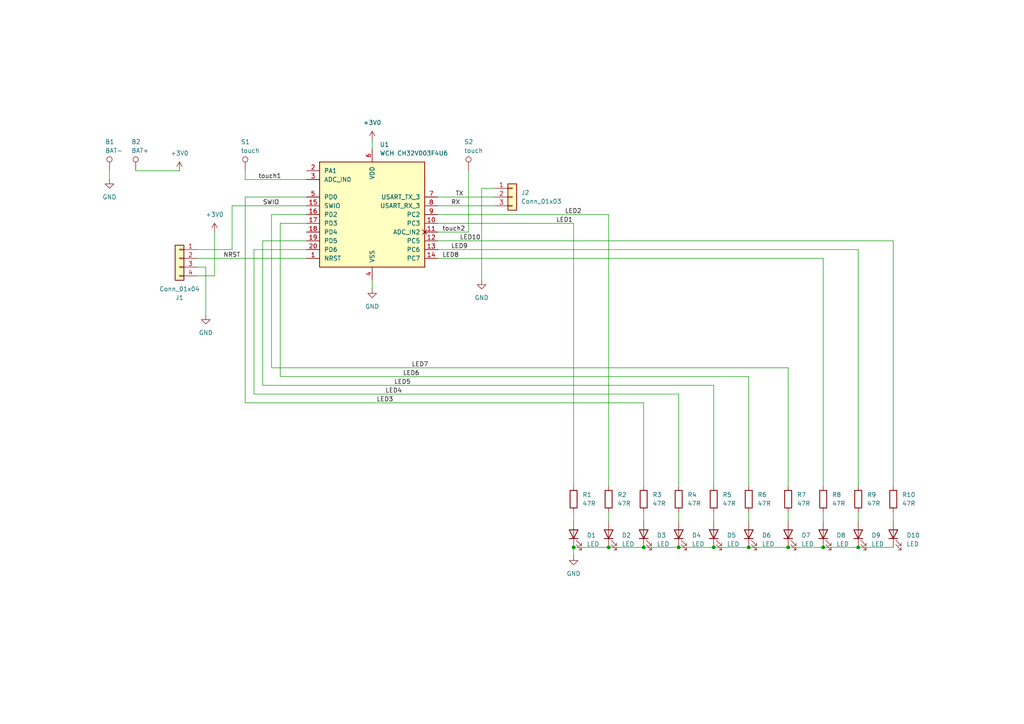
<source format=kicad_sch>
(kicad_sch (version 20231120) (generator "eeschema") (generator_version "8.0")
  (paper "A4")
  (lib_symbols
    (symbol "Connector:TestPoint" (pin_numbers hide) (pin_names (offset 0.762) hide)
      (property "Reference" "TP" (at 0 6.858 0))
      (property "Value" "TestPoint" (at 0 5.08 0))
      (symbol "TestPoint_0_1"
        (circle (center 0 3.302) (radius 0.762))
      )
      (symbol "TestPoint_1_1"
        (pin passive line (at 0 0 90) (length 2.54) (name "1") (number "1"))
      )
    )
    (symbol "Connector_Generic:Conn_01x03" (pin_names (offset 1.016) hide)
      (property "Reference" "J" (at 0 5.08 0))
      (property "Value" "Conn_01x03" (at 0 -5.08 0))
      (symbol "Conn_01x03_1_1"
        (rectangle (start -1.27 -2.413) (end 0 -2.667) (stroke (width 0.1524)))
        (rectangle (start -1.27 0.127) (end 0 -0.127) (stroke (width 0.1524)))
        (rectangle (start -1.27 2.667) (end 0 2.413) (stroke (width 0.1524)))
        (rectangle (start -1.27 3.81) (end 1.27 -3.81) (stroke (width 0.254)) (fill (type background)))
        (pin passive line (at -5.08 2.54 0) (length 3.81) (name "Pin_1") (number "1"))
        (pin passive line (at -5.08 0 0) (length 3.81) (name "Pin_2") (number "2"))
        (pin passive line (at -5.08 -2.54 0) (length 3.81) (name "Pin_3") (number "3"))
      )
    )
    (symbol "Connector_Generic:Conn_01x04" (pin_names (offset 1.016) hide)
      (property "Reference" "J" (at 0 5.08 0))
      (property "Value" "Conn_01x04" (at 0 -7.62 0))
      (symbol "Conn_01x04_1_1"
        (rectangle (start -1.27 -4.953) (end 0 -5.207) (stroke (width 0.1524)))
        (rectangle (start -1.27 -2.413) (end 0 -2.667) (stroke (width 0.1524)))
        (rectangle (start -1.27 0.127) (end 0 -0.127) (stroke (width 0.1524)))
        (rectangle (start -1.27 2.667) (end 0 2.413) (stroke (width 0.1524)))
        (rectangle (start -1.27 3.81) (end 1.27 -6.35) (stroke (width 0.254)) (fill (type background)))
        (pin passive line (at -5.08 2.54 0) (length 3.81) (name "Pin_1") (number "1"))
        (pin passive line (at -5.08 0 0) (length 3.81) (name "Pin_2") (number "2"))
        (pin passive line (at -5.08 -2.54 0) (length 3.81) (name "Pin_3") (number "3"))
        (pin passive line (at -5.08 -5.08 0) (length 3.81) (name "Pin_4") (number "4"))
      )
    )
    (symbol "Device:LED" (pin_numbers hide) (pin_names (offset 1.016) hide)
      (property "Reference" "D" (at 0 2.54 0))
      (property "Value" "LED" (at 0 -2.54 0))
      (symbol "LED_0_1"
        (polyline (pts (xy -1.27 -1.27) (xy -1.27 1.27)) (stroke (width 0.254)))
        (polyline (pts (xy -1.27 0) (xy 1.27 0)))
        (polyline (pts (xy 1.27 -1.27) (xy 1.27 1.27) (xy -1.27 0) (xy 1.27 -1.27)) (stroke (width 0.254)))
        (polyline (pts (xy -3.048 -0.762) (xy -4.572 -2.286) (xy -3.81 -2.286) (xy -4.572 -2.286) (xy -4.572 -1.524)))
        (polyline (pts (xy -1.778 -0.762) (xy -3.302 -2.286) (xy -2.54 -2.286) (xy -3.302 -2.286) (xy -3.302 -1.524)))
      )
      (symbol "LED_1_1"
        (pin passive line (at -3.81 0 0) (length 2.54) (name "K") (number "1"))
        (pin passive line (at 3.81 0 180) (length 2.54) (name "A") (number "2"))
      )
    )
    (symbol "Device:R" (pin_numbers hide) (pin_names (offset 0))
      (property "Reference" "R" (at 2.032 0 90))
      (property "Value" "R" (at 0 0 90))
      (symbol "R_0_1"
        (rectangle (start -1.016 -2.54) (end 1.016 2.54) (stroke (width 0.254)))
      )
      (symbol "R_1_1"
        (pin passive line (at 0 3.81 270) (length 1.27) (name "~") (number "1"))
        (pin passive line (at 0 -3.81 90) (length 1.27) (name "~") (number "2"))
      )
    )
    (symbol "extra:WCH CH32V003F4U6" (pin_names (offset 1.27))
      (property "Reference" "U" (at -13.97 16.51 0))
      (property "Value" "WCH CH32V003F4U6" (at 5.08 -16.51 0))
      (symbol "WCH CH32V003F4U6_0_1"
        (rectangle (start -15.24 15.24) (end 15.24 -15.24) (stroke (width 0.254)) (fill (type background)))
      )
      (symbol "WCH CH32V003F4U6_1_1"
        (pin bidirectional line (at -19.05 -12.7 0) (length 3.81) (name "PD7") (number "1") (alternate "NRST" input line))
        (pin bidirectional line (at 19.05 -2.54 180) (length 3.81) (name "PC3") (number "10"))
        (pin bidirectional line (at 19.05 -5.08 180) (length 3.81) (name "PC4") (number "11") (alternate "ADC_IN2" input non_logic))
        (pin bidirectional line (at 19.05 -7.62 180) (length 3.81) (name "PC5") (number "12"))
        (pin bidirectional line (at 19.05 -10.16 180) (length 3.81) (name "PC6") (number "13"))
        (pin bidirectional line (at 19.05 -12.7 180) (length 3.81) (name "PC7") (number "14"))
        (pin bidirectional line (at -19.05 2.54 0) (length 3.81) (name "PD1") (number "15") (alternate "SWIO" bidirectional line))
        (pin bidirectional line (at -19.05 0 0) (length 3.81) (name "PD2") (number "16"))
        (pin bidirectional line (at -19.05 -2.54 0) (length 3.81) (name "PD3") (number "17"))
        (pin bidirectional line (at -19.05 -5.08 0) (length 3.81) (name "PD4") (number "18"))
        (pin bidirectional line (at -19.05 -7.62 0) (length 3.81) (name "PD5") (number "19"))
        (pin bidirectional line (at -19.05 12.7 0) (length 3.81) (name "PA1") (number "2"))
        (pin bidirectional line (at -19.05 -10.16 0) (length 3.81) (name "PD6") (number "20"))
        (pin power_in line (at 0 0 90) (length 3.81) hide (name "VSS") (number "21"))
        (pin bidirectional line (at -19.05 10.16 0) (length 3.81) (name "PA2") (number "3") (alternate "ADC_IN0" input line))
        (pin power_in line (at 0 -19.05 90) (length 3.81) (name "VSS") (number "4"))
        (pin bidirectional line (at -19.05 5.08 0) (length 3.81) (name "PD0") (number "5"))
        (pin power_in line (at 0 19.05 270) (length 3.81) (name "VDD") (number "6"))
        (pin bidirectional line (at 19.05 5.08 180) (length 3.81) (name "PC0") (number "7") (alternate "USART_TX_3" output line))
        (pin bidirectional line (at 19.05 2.54 180) (length 3.81) (name "PC1") (number "8") (alternate "USART_RX_3" input line))
        (pin bidirectional line (at 19.05 0 180) (length 3.81) (name "PC2") (number "9"))
      )
    )
    (symbol "power:+3V0" (power) (pin_numbers hide) (pin_names (offset 0) hide)
      (property "Value" "+3V0" (at 0 3.556 0))
      (symbol "+3V0_0_1"
        (polyline (pts (xy -0.762 1.27) (xy 0 2.54)))
        (polyline (pts (xy 0 0) (xy 0 2.54)))
        (polyline (pts (xy 0 2.54) (xy 0.762 1.27)))
      )
      (symbol "+3V0_1_1"
        (pin power_in line (at 0 0 90) (length 0) (name "~") (number "1"))
      )
    )
    (symbol "power:GND" (power) (pin_numbers hide) (pin_names (offset 0) hide)
      (property "Value" "GND" (at 0 -3.81 0))
      (symbol "GND_0_1"
        (polyline (pts (xy 0 0) (xy 0 -1.27) (xy 1.27 -1.27) (xy 0 -2.54) (xy -1.27 -1.27) (xy 0 -1.27)))
      )
      (symbol "GND_1_1"
        (pin power_in line (at 0 0 270) (length 0) (name "~") (number "1"))
      )
    )
  )
  (junction (at 217.17 158.75))
  (junction (at 228.6 158.75))
  (junction (at 238.76 158.75))
  (junction (at 196.85 158.75))
  (junction (at 207.01 158.75))
  (junction (at 186.69 158.75))
  (junction (at 176.53 158.75))
  (junction (at 166.37 158.75))
  (junction (at 248.92 158.75))
  (wire (pts (xy 59.69 77.47) (xy 59.69 91.44)))
  (wire (pts (xy 207.01 140.97) (xy 207.01 111.76)))
  (wire (pts (xy 176.53 62.23) (xy 127 62.23)))
  (wire (pts (xy 186.69 116.84) (xy 186.69 140.97)))
  (wire (pts (xy 186.69 148.59) (xy 186.69 151.13)))
  (wire (pts (xy 238.76 158.75) (xy 248.92 158.75)))
  (wire (pts (xy 67.31 59.69) (xy 88.9 59.69)))
  (wire (pts (xy 57.15 77.47) (xy 59.69 77.47)))
  (wire (pts (xy 176.53 158.75) (xy 186.69 158.75)))
  (wire (pts (xy 238.76 140.97) (xy 238.76 74.93)))
  (wire (pts (xy 217.17 140.97) (xy 217.17 109.22)))
  (wire (pts (xy 76.2 111.76) (xy 207.01 111.76)))
  (wire (pts (xy 196.85 158.75) (xy 207.01 158.75)))
  (wire (pts (xy 62.23 80.01) (xy 57.15 80.01)))
  (wire (pts (xy 73.66 72.39) (xy 73.66 114.3)))
  (wire (pts (xy 78.74 106.68) (xy 228.6 106.68)))
  (wire (pts (xy 39.37 49.53) (xy 52.07 49.53)))
  (wire (pts (xy 238.76 74.93) (xy 127 74.93)))
  (wire (pts (xy 228.6 158.75) (xy 238.76 158.75)))
  (wire (pts (xy 196.85 148.59) (xy 196.85 151.13)))
  (wire (pts (xy 186.69 158.75) (xy 196.85 158.75)))
  (wire (pts (xy 71.12 116.84) (xy 186.69 116.84)))
  (wire (pts (xy 217.17 158.75) (xy 228.6 158.75)))
  (wire (pts (xy 57.15 74.93) (xy 88.9 74.93)))
  (wire (pts (xy 71.12 57.15) (xy 71.12 116.84)))
  (wire (pts (xy 127 59.69) (xy 143.51 59.69)))
  (wire (pts (xy 248.92 148.59) (xy 248.92 151.13)))
  (wire (pts (xy 139.7 54.61) (xy 143.51 54.61)))
  (wire (pts (xy 76.2 69.85) (xy 76.2 111.76)))
  (wire (pts (xy 107.95 40.64) (xy 107.95 43.18)))
  (wire (pts (xy 166.37 148.59) (xy 166.37 151.13)))
  (wire (pts (xy 248.92 72.39) (xy 127 72.39)))
  (wire (pts (xy 166.37 64.77) (xy 127 64.77)))
  (wire (pts (xy 139.7 81.28) (xy 139.7 54.61)))
  (wire (pts (xy 62.23 67.31) (xy 62.23 80.01)))
  (wire (pts (xy 71.12 52.07) (xy 71.12 49.53)))
  (wire (pts (xy 166.37 158.75) (xy 166.37 161.29)))
  (wire (pts (xy 78.74 62.23) (xy 88.9 62.23)))
  (wire (pts (xy 135.89 67.31) (xy 127 67.31)))
  (wire (pts (xy 207.01 158.75) (xy 217.17 158.75)))
  (wire (pts (xy 217.17 148.59) (xy 217.17 151.13)))
  (wire (pts (xy 259.08 140.97) (xy 259.08 69.85)))
  (wire (pts (xy 71.12 57.15) (xy 88.9 57.15)))
  (wire (pts (xy 31.75 49.53) (xy 31.75 52.07)))
  (wire (pts (xy 88.9 52.07) (xy 71.12 52.07)))
  (wire (pts (xy 166.37 140.97) (xy 166.37 64.77)))
  (wire (pts (xy 228.6 148.59) (xy 228.6 151.13)))
  (wire (pts (xy 259.08 69.85) (xy 127 69.85)))
  (wire (pts (xy 67.31 72.39) (xy 57.15 72.39)))
  (wire (pts (xy 107.95 81.28) (xy 107.95 83.82)))
  (wire (pts (xy 196.85 140.97) (xy 196.85 114.3)))
  (wire (pts (xy 76.2 69.85) (xy 88.9 69.85)))
  (wire (pts (xy 207.01 148.59) (xy 207.01 151.13)))
  (wire (pts (xy 81.28 109.22) (xy 217.17 109.22)))
  (wire (pts (xy 176.53 148.59) (xy 176.53 151.13)))
  (wire (pts (xy 73.66 114.3) (xy 196.85 114.3)))
  (wire (pts (xy 248.92 140.97) (xy 248.92 72.39)))
  (wire (pts (xy 259.08 148.59) (xy 259.08 151.13)))
  (wire (pts (xy 135.89 49.53) (xy 135.89 67.31)))
  (wire (pts (xy 238.76 148.59) (xy 238.76 151.13)))
  (wire (pts (xy 248.92 158.75) (xy 259.08 158.75)))
  (wire (pts (xy 166.37 158.75) (xy 176.53 158.75)))
  (wire (pts (xy 176.53 140.97) (xy 176.53 62.23)))
  (wire (pts (xy 127 57.15) (xy 143.51 57.15)))
  (wire (pts (xy 73.66 72.39) (xy 88.9 72.39)))
  (wire (pts (xy 78.74 62.23) (xy 78.74 106.68)))
  (wire (pts (xy 81.28 64.77) (xy 88.9 64.77)))
  (wire (pts (xy 67.31 59.69) (xy 67.31 72.39)))
  (wire (pts (xy 228.6 140.97) (xy 228.6 106.68)))
  (wire (pts (xy 81.28 64.77) (xy 81.28 109.22)))
  (label "LED10" (at 133.35 69.85 0))
  (label "LED4" (at 111.76 114.3 0))
  (label "TX" (at 132.08 57.15 0))
  (label "LED8" (at 128.27 74.93 0))
  (label "LED9" (at 130.81 72.39 0))
  (label "LED2" (at 163.83 62.23 0))
  (label "LED7" (at 119.38 106.68 0))
  (label "NRST" (at 64.77 74.93 0))
  (label "touch1" (at 74.93 52.07 0))
  (label "touch2" (at 128.27 67.31 0))
  (label "LED1" (at 161.29 64.77 0))
  (label "LED5" (at 114.3 111.76 0))
  (label "SWIO" (at 76.2 59.69 0))
  (label "RX" (at 130.81 59.69 0))
  (label "LED3" (at 109.22 116.84 0))
  (label "LED6" (at 116.84 109.22 0))
  (symbol (lib_id "power:GND") (at 31.75 52.07 0) (unit 1)
    (property "Reference" "#PWR03" (effects (hide yes)))
    (property "Value" "GND" (at 31.75 57.15 0))
    (property "Description" "Power symbol creates a global label with name \"GND\" , ground" (effects (hide yes)))
  )
  (symbol (lib_id "Device:R") (at 217.17 144.78 0) (unit 1)
    (property "Reference" "R6" (at 219.71 143.5099 0) (effects (justify left)))
    (property "Value" "47R" (at 219.71 146.0499 0) (effects (justify left)))
    (property "Footprint" "Resistor_SMD:R_0201_0603Metric" (effects (hide yes)))
    (property "Datasheet" "https://www.lcsc.com/datasheet/lcsc_datasheet_2411221126_UNI-ROYAL-Uniroyal-Elec-0201WMF470JTEE_C620443.pdf" (effects (hide yes)))
    (property "Description" "Resistor" (effects (hide yes)))
    (property "LCSC" "C620443" (effects (hide yes)))
  )
  (symbol (lib_id "power:+3V0") (at 107.95 40.64 0) (unit 1)
    (property "Reference" "#PWR01" (effects (hide yes)))
    (property "Value" "+3V0" (at 107.95 35.56 0))
    (property "Description" "Power symbol creates a global label with name \"+3V0\"" (effects (hide yes)))
  )
  (symbol (lib_id "Device:LED") (at 207.01 154.94 90) (unit 1)
    (property "Reference" "D5" (at 210.82 155.2574 90) (effects (justify right)))
    (property "Value" "LED" (at 210.82 157.7974 90) (effects (justify right)))
    (property "Footprint" "LED_SMD:LED_0201_0603Metric" (effects (hide yes)))
    (property "Datasheet" "https://www.lcsc.com/datasheet/lcsc_datasheet_2402181504_XINGLIGHT-XL-0201SURC_C3646923.pdf" (effects (hide yes)))
    (property "Description" "Light emitting diode" (effects (hide yes)))
    (property "LCSC" "C3646923" (effects (hide yes)))
  )
  (symbol (lib_id "power:GND") (at 166.37 161.29 0) (unit 1)
    (property "Reference" "#PWR05" (effects (hide yes)))
    (property "Value" "GND" (at 166.37 166.37 0))
    (property "Description" "Power symbol creates a global label with name \"GND\" , ground" (effects (hide yes)))
  )
  (symbol (lib_id "Connector_Generic:Conn_01x04") (at 52.07 74.93 0) (mirror y) (unit 1)
    (property "Reference" "J1" (at 52.07 86.36 0))
    (property "Value" "Conn_01x04" (at 52.07 83.82 0))
    (property "Footprint" "Connector_PinHeader_2.54mm:PinHeader_1x04_P2.54mm_Vertical" (effects (hide yes)))
    (property "Description" "Generic connector, single row, 01x04, script generated (kicad-library-utils/schlib/autogen/connector/)" (effects (hide yes)))
  )
  (symbol (lib_id "Device:R") (at 207.01 144.78 0) (unit 1)
    (property "Reference" "R5" (at 209.55 143.5099 0) (effects (justify left)))
    (property "Value" "47R" (at 209.55 146.0499 0) (effects (justify left)))
    (property "Footprint" "Resistor_SMD:R_0201_0603Metric" (effects (hide yes)))
    (property "Datasheet" "https://www.lcsc.com/datasheet/lcsc_datasheet_2411221126_UNI-ROYAL-Uniroyal-Elec-0201WMF470JTEE_C620443.pdf" (effects (hide yes)))
    (property "Description" "Resistor" (effects (hide yes)))
    (property "LCSC" "C620443" (effects (hide yes)))
  )
  (symbol (lib_id "power:GND") (at 107.95 83.82 0) (unit 1)
    (property "Reference" "#PWR02" (effects (hide yes)))
    (property "Value" "GND" (at 107.95 88.9 0))
    (property "Description" "Power symbol creates a global label with name \"GND\" , ground" (effects (hide yes)))
  )
  (symbol (lib_id "Device:R") (at 186.69 144.78 0) (unit 1)
    (property "Reference" "R3" (at 189.23 143.5099 0) (effects (justify left)))
    (property "Value" "47R" (at 189.23 146.0499 0) (effects (justify left)))
    (property "Footprint" "Resistor_SMD:R_0201_0603Metric" (effects (hide yes)))
    (property "Datasheet" "https://www.lcsc.com/datasheet/lcsc_datasheet_2411221126_UNI-ROYAL-Uniroyal-Elec-0201WMF470JTEE_C620443.pdf" (effects (hide yes)))
    (property "Description" "Resistor" (effects (hide yes)))
    (property "LCSC" "C620443" (effects (hide yes)))
  )
  (symbol (lib_id "Device:LED") (at 259.08 154.94 90) (unit 1)
    (property "Reference" "D10" (at 262.89 155.2574 90) (effects (justify right)))
    (property "Value" "LED" (at 262.89 157.7974 90) (effects (justify right)))
    (property "Footprint" "LED_SMD:LED_0201_0603Metric" (effects (hide yes)))
    (property "Datasheet" "https://www.lcsc.com/datasheet/lcsc_datasheet_2402181504_XINGLIGHT-XL-0201SURC_C3646923.pdf" (effects (hide yes)))
    (property "Description" "Light emitting diode" (effects (hide yes)))
    (property "LCSC" "C3646923" (effects (hide yes)))
  )
  (symbol (lib_id "Device:LED") (at 186.69 154.94 90) (unit 1)
    (property "Reference" "D3" (at 190.5 155.2574 90) (effects (justify right)))
    (property "Value" "LED" (at 190.5 157.7974 90) (effects (justify right)))
    (property "Footprint" "LED_SMD:LED_0201_0603Metric" (effects (hide yes)))
    (property "Datasheet" "https://www.lcsc.com/datasheet/lcsc_datasheet_2402181504_XINGLIGHT-XL-0201SURC_C3646923.pdf" (effects (hide yes)))
    (property "Description" "Light emitting diode" (effects (hide yes)))
    (property "LCSC" "C3646923" (effects (hide yes)))
  )
  (symbol (lib_id "Device:LED") (at 248.92 154.94 90) (unit 1)
    (property "Reference" "D9" (at 252.73 155.2574 90) (effects (justify right)))
    (property "Value" "LED" (at 252.73 157.7974 90) (effects (justify right)))
    (property "Footprint" "LED_SMD:LED_0201_0603Metric" (effects (hide yes)))
    (property "Datasheet" "https://www.lcsc.com/datasheet/lcsc_datasheet_2402181504_XINGLIGHT-XL-0201SURC_C3646923.pdf" (effects (hide yes)))
    (property "Description" "Light emitting diode" (effects (hide yes)))
    (property "LCSC" "C3646923" (effects (hide yes)))
  )
  (symbol (lib_id "Connector:TestPoint") (at 71.12 49.53 0) (unit 1) (in_bom no)
    (property "Reference" "S1" (at 69.85 41.148 0) (effects (justify left)))
    (property "Value" "touch" (at 69.85 43.688 0) (effects (justify left)))
    (property "Footprint" "TestPoint:TestPoint_Pad_D4.0mm" (effects (hide yes)))
    (property "Description" "test point" (effects (hide yes)))
  )
  (symbol (lib_id "Device:LED") (at 217.17 154.94 90) (unit 1)
    (property "Reference" "D6" (at 220.98 155.2574 90) (effects (justify right)))
    (property "Value" "LED" (at 220.98 157.7974 90) (effects (justify right)))
    (property "Footprint" "LED_SMD:LED_0201_0603Metric" (effects (hide yes)))
    (property "Datasheet" "https://www.lcsc.com/datasheet/lcsc_datasheet_2402181504_XINGLIGHT-XL-0201SURC_C3646923.pdf" (effects (hide yes)))
    (property "Description" "Light emitting diode" (effects (hide yes)))
    (property "LCSC" "C3646923" (effects (hide yes)))
  )
  (symbol (lib_id "Device:R") (at 248.92 144.78 0) (unit 1)
    (property "Reference" "R9" (at 251.46 143.5099 0) (effects (justify left)))
    (property "Value" "47R" (at 251.46 146.0499 0) (effects (justify left)))
    (property "Footprint" "Resistor_SMD:R_0201_0603Metric" (effects (hide yes)))
    (property "Datasheet" "https://www.lcsc.com/datasheet/lcsc_datasheet_2411221126_UNI-ROYAL-Uniroyal-Elec-0201WMF470JTEE_C620443.pdf" (effects (hide yes)))
    (property "Description" "Resistor" (effects (hide yes)))
    (property "LCSC" "C620443" (effects (hide yes)))
  )
  (symbol (lib_id "Device:R") (at 259.08 144.78 0) (unit 1)
    (property "Reference" "R10" (at 261.62 143.5099 0) (effects (justify left)))
    (property "Value" "47R" (at 261.62 146.0499 0) (effects (justify left)))
    (property "Footprint" "Resistor_SMD:R_0201_0603Metric" (effects (hide yes)))
    (property "Datasheet" "https://www.lcsc.com/datasheet/lcsc_datasheet_2411221126_UNI-ROYAL-Uniroyal-Elec-0201WMF470JTEE_C620443.pdf" (effects (hide yes)))
    (property "Description" "Resistor" (effects (hide yes)))
    (property "LCSC" "C620443" (effects (hide yes)))
  )
  (symbol (lib_id "Connector_Generic:Conn_01x03") (at 148.59 57.15 0) (unit 1)
    (property "Reference" "J2" (at 151.13 55.8799 0) (effects (justify left)))
    (property "Value" "Conn_01x03" (at 151.13 58.4199 0) (effects (justify left)))
    (property "Footprint" "Connector_PinHeader_2.54mm:PinHeader_1x03_P2.54mm_Vertical" (effects (hide yes)))
    (property "Description" "Generic connector, single row, 01x03, script generated (kicad-library-utils/schlib/autogen/connector/)" (effects (hide yes)))
  )
  (symbol (lib_id "Device:LED") (at 166.37 154.94 90) (unit 1)
    (property "Reference" "D1" (at 170.18 155.2574 90) (effects (justify right)))
    (property "Value" "LED" (at 170.18 157.7974 90) (effects (justify right)))
    (property "Footprint" "LED_SMD:LED_0201_0603Metric" (effects (hide yes)))
    (property "Datasheet" "https://www.lcsc.com/datasheet/lcsc_datasheet_2402181504_XINGLIGHT-XL-0201SURC_C3646923.pdf" (effects (hide yes)))
    (property "Description" "Light emitting diode" (effects (hide yes)))
    (property "LCSC" "C3646923" (effects (hide yes)))
  )
  (symbol (lib_id "power:+3V0") (at 62.23 67.31 0) (unit 1)
    (property "Reference" "#PWR06" (effects (hide yes)))
    (property "Value" "+3V0" (at 62.23 62.23 0))
    (property "Description" "Power symbol creates a global label with name \"+3V0\"" (effects (hide yes)))
  )
  (symbol (lib_id "power:GND") (at 59.69 91.44 0) (unit 1)
    (property "Reference" "#PWR07" (effects (hide yes)))
    (property "Value" "GND" (at 59.69 96.52 0))
    (property "Description" "Power symbol creates a global label with name \"GND\" , ground" (effects (hide yes)))
  )
  (symbol (lib_id "Connector:TestPoint") (at 135.89 49.53 0) (unit 1) (in_bom no)
    (property "Reference" "S2" (at 134.62 41.148 0) (effects (justify left)))
    (property "Value" "touch" (at 134.62 43.688 0) (effects (justify left)))
    (property "Footprint" "TestPoint:TestPoint_Pad_D4.0mm" (effects (hide yes)))
    (property "Description" "test point" (effects (hide yes)))
  )
  (symbol (lib_id "power:+3V0") (at 52.07 49.53 0) (unit 1)
    (property "Reference" "#PWR04" (effects (hide yes)))
    (property "Value" "+3V0" (at 52.07 44.45 0))
    (property "Description" "Power symbol creates a global label with name \"+3V0\"" (effects (hide yes)))
  )
  (symbol (lib_id "Device:R") (at 176.53 144.78 0) (unit 1)
    (property "Reference" "R2" (at 179.07 143.5099 0) (effects (justify left)))
    (property "Value" "47R" (at 179.07 146.0499 0) (effects (justify left)))
    (property "Footprint" "Resistor_SMD:R_0201_0603Metric" (effects (hide yes)))
    (property "Datasheet" "https://www.lcsc.com/datasheet/lcsc_datasheet_2411221126_UNI-ROYAL-Uniroyal-Elec-0201WMF470JTEE_C620443.pdf" (effects (hide yes)))
    (property "Description" "Resistor" (effects (hide yes)))
    (property "LCSC" "C620443" (effects (hide yes)))
  )
  (symbol (lib_id "Device:LED") (at 176.53 154.94 90) (unit 1)
    (property "Reference" "D2" (at 180.34 155.2574 90) (effects (justify right)))
    (property "Value" "LED" (at 180.34 157.7974 90) (effects (justify right)))
    (property "Footprint" "LED_SMD:LED_0201_0603Metric" (effects (hide yes)))
    (property "Datasheet" "https://www.lcsc.com/datasheet/lcsc_datasheet_2402181504_XINGLIGHT-XL-0201SURC_C3646923.pdf" (effects (hide yes)))
    (property "Description" "Light emitting diode" (effects (hide yes)))
    (property "LCSC" "C3646923" (effects (hide yes)))
  )
  (symbol (lib_id "Connector:TestPoint") (at 39.37 49.53 0) (unit 1) (in_bom no)
    (property "Reference" "B2" (at 38.1 41.148 0) (effects (justify left)))
    (property "Value" "BAT+" (at 38.1 43.688 0) (effects (justify left)))
    (property "Footprint" "TestPoint:TestPoint_Pad_D4.0mm" (effects (hide yes)))
    (property "Description" "test point" (effects (hide yes)))
  )
  (symbol (lib_id "Device:R") (at 196.85 144.78 0) (unit 1)
    (property "Reference" "R4" (at 199.39 143.5099 0) (effects (justify left)))
    (property "Value" "47R" (at 199.39 146.0499 0) (effects (justify left)))
    (property "Footprint" "Resistor_SMD:R_0201_0603Metric" (effects (hide yes)))
    (property "Datasheet" "https://www.lcsc.com/datasheet/lcsc_datasheet_2411221126_UNI-ROYAL-Uniroyal-Elec-0201WMF470JTEE_C620443.pdf" (effects (hide yes)))
    (property "Description" "Resistor" (effects (hide yes)))
    (property "LCSC" "C620443" (effects (hide yes)))
  )
  (symbol (lib_id "Device:R") (at 238.76 144.78 0) (unit 1)
    (property "Reference" "R8" (at 241.3 143.5099 0) (effects (justify left)))
    (property "Value" "47R" (at 241.3 146.0499 0) (effects (justify left)))
    (property "Footprint" "Resistor_SMD:R_0201_0603Metric" (effects (hide yes)))
    (property "Datasheet" "https://www.lcsc.com/datasheet/lcsc_datasheet_2411221126_UNI-ROYAL-Uniroyal-Elec-0201WMF470JTEE_C620443.pdf" (effects (hide yes)))
    (property "Description" "Resistor" (effects (hide yes)))
    (property "LCSC" "C620443" (effects (hide yes)))
  )
  (symbol (lib_id "Device:R") (at 228.6 144.78 0) (unit 1)
    (property "Reference" "R7" (at 231.14 143.5099 0) (effects (justify left)))
    (property "Value" "47R" (at 231.14 146.0499 0) (effects (justify left)))
    (property "Footprint" "Resistor_SMD:R_0201_0603Metric" (effects (hide yes)))
    (property "Datasheet" "https://www.lcsc.com/datasheet/lcsc_datasheet_2411221126_UNI-ROYAL-Uniroyal-Elec-0201WMF470JTEE_C620443.pdf" (effects (hide yes)))
    (property "Description" "Resistor" (effects (hide yes)))
    (property "LCSC" "C620443" (effects (hide yes)))
  )
  (symbol (lib_id "extra:WCH CH32V003F4U6") (at 107.95 62.23 0) (unit 1)
    (property "Reference" "U1" (at 110.1441 41.91 0) (effects (justify left)))
    (property "Value" "WCH CH32V003F4U6" (at 110.1441 44.45 0) (effects (justify left)))
    (property "Footprint" "Package_DFN_QFN:QFN-20-1EP_3x3mm_P0.4mm_EP1.65x1.65mm" (effects (hide yes)))
    (property "Datasheet" "https://www.wch-ic.com/downloads/CH32V003DS0_PDF.html" (effects (hide yes)))
    (property "Description" "industrial-grade general-purpose microcontroller" (effects (hide yes)))
    (property "LCSC" "C5299908" (effects (hide yes)))
    (pin "8" (alternate "USART_RX_3"))
    (pin "3" (alternate "ADC_IN0"))
    (pin "1" (alternate "NRST"))
    (pin "15" (alternate "SWIO"))
    (pin "11" (alternate "ADC_IN2"))
    (pin "7" (alternate "USART_TX_3"))
  )
  (symbol (lib_id "Device:LED") (at 228.6 154.94 90) (unit 1)
    (property "Reference" "D7" (at 232.41 155.2574 90) (effects (justify right)))
    (property "Value" "LED" (at 232.41 157.7974 90) (effects (justify right)))
    (property "Footprint" "LED_SMD:LED_0201_0603Metric" (effects (hide yes)))
    (property "Datasheet" "https://www.lcsc.com/datasheet/lcsc_datasheet_2402181504_XINGLIGHT-XL-0201SURC_C3646923.pdf" (effects (hide yes)))
    (property "Description" "Light emitting diode" (effects (hide yes)))
    (property "LCSC" "C3646923" (effects (hide yes)))
  )
  (symbol (lib_id "Device:LED") (at 238.76 154.94 90) (unit 1)
    (property "Reference" "D8" (at 242.57 155.2574 90) (effects (justify right)))
    (property "Value" "LED" (at 242.57 157.7974 90) (effects (justify right)))
    (property "Footprint" "LED_SMD:LED_0201_0603Metric" (effects (hide yes)))
    (property "Datasheet" "https://www.lcsc.com/datasheet/lcsc_datasheet_2402181504_XINGLIGHT-XL-0201SURC_C3646923.pdf" (effects (hide yes)))
    (property "Description" "Light emitting diode" (effects (hide yes)))
    (property "LCSC" "C3646923" (effects (hide yes)))
  )
  (symbol (lib_id "power:GND") (at 139.7 81.28 0) (unit 1)
    (property "Reference" "#PWR08" (effects (hide yes)))
    (property "Value" "GND" (at 139.7 86.36 0))
    (property "Description" "Power symbol creates a global label with name \"GND\" , ground" (effects (hide yes)))
  )
  (symbol (lib_id "Device:LED") (at 196.85 154.94 90) (unit 1)
    (property "Reference" "D4" (at 200.66 155.2574 90) (effects (justify right)))
    (property "Value" "LED" (at 200.66 157.7974 90) (effects (justify right)))
    (property "Footprint" "LED_SMD:LED_0201_0603Metric" (effects (hide yes)))
    (property "Datasheet" "https://www.lcsc.com/datasheet/lcsc_datasheet_2402181504_XINGLIGHT-XL-0201SURC_C3646923.pdf" (effects (hide yes)))
    (property "Description" "Light emitting diode" (effects (hide yes)))
    (property "LCSC" "C3646923" (effects (hide yes)))
  )
  (symbol (lib_id "Device:R") (at 166.37 144.78 0) (unit 1)
    (property "Reference" "R1" (at 168.91 143.5099 0) (effects (justify left)))
    (property "Value" "47R" (at 168.91 146.0499 0) (effects (justify left)))
    (property "Footprint" "Resistor_SMD:R_0201_0603Metric" (effects (hide yes)))
    (property "Datasheet" "https://www.lcsc.com/datasheet/lcsc_datasheet_2411221126_UNI-ROYAL-Uniroyal-Elec-0201WMF470JTEE_C620443.pdf" (effects (hide yes)))
    (property "Description" "Resistor" (effects (hide yes)))
    (property "LCSC" "C620443" (effects (hide yes)))
  )
  (symbol (lib_id "Connector:TestPoint") (at 31.75 49.53 0) (unit 1) (in_bom no)
    (property "Reference" "B1" (at 30.48 41.148 0) (effects (justify left)))
    (property "Value" "BAT-" (at 30.48 43.688 0) (effects (justify left)))
    (property "Footprint" "TestPoint:TestPoint_Pad_D4.0mm" (effects (hide yes)))
    (property "Description" "test point" (effects (hide yes)))
  )
)
</source>
